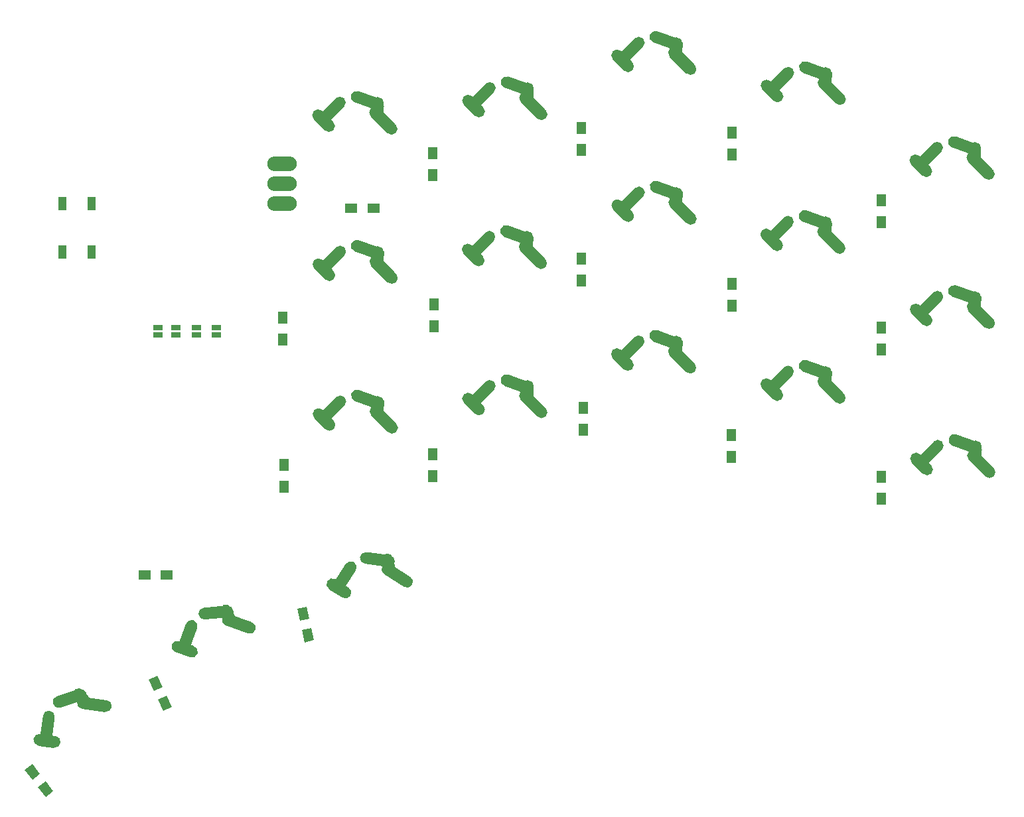
<source format=gbr>
%TF.GenerationSoftware,KiCad,Pcbnew,(5.1.7)-1*%
%TF.CreationDate,2021-07-10T14:11:00+05:30*%
%TF.ProjectId,Pteron36v0,50746572-6f6e-4333-9676-302e6b696361,rev?*%
%TF.SameCoordinates,Original*%
%TF.FileFunction,Paste,Top*%
%TF.FilePolarity,Positive*%
%FSLAX46Y46*%
G04 Gerber Fmt 4.6, Leading zero omitted, Abs format (unit mm)*
G04 Created by KiCad (PCBNEW (5.1.7)-1) date 2021-07-10 14:11:00*
%MOMM*%
%LPD*%
G01*
G04 APERTURE LIST*
%ADD10O,1.500000X3.000000*%
%ADD11R,1.600000X1.200000*%
%ADD12O,3.759200X1.879600*%
%ADD13R,1.100000X1.800000*%
%ADD14R,1.200000X1.600000*%
%ADD15C,0.100000*%
%ADD16R,1.270000X0.635000*%
G04 APERTURE END LIST*
%TO.C,SW13*%
G36*
G01*
X173605111Y-71318668D02*
X172207869Y-69921426D01*
G75*
G02*
X172207869Y-68843796I538815J538815D01*
G01*
X172207869Y-68843796D01*
G75*
G02*
X173285499Y-68843796I538815J-538815D01*
G01*
X174682741Y-70241038D01*
G75*
G02*
X174682741Y-71318668I-538815J-538815D01*
G01*
X174682741Y-71318668D01*
G75*
G02*
X173605111Y-71318668I-538815J538815D01*
G01*
G37*
G36*
G01*
X172870315Y-69324592D02*
X174974665Y-67220242D01*
G75*
G02*
X176052295Y-67220242I538815J-538815D01*
G01*
X176052295Y-67220242D01*
G75*
G02*
X176052295Y-68297872I-538815J-538815D01*
G01*
X173947945Y-70402222D01*
G75*
G02*
X172870315Y-70402222I-538815J538815D01*
G01*
X172870315Y-70402222D01*
G75*
G02*
X172870315Y-69324592I538815J538815D01*
G01*
G37*
G36*
G01*
X180170949Y-68766204D02*
X177374423Y-67748352D01*
G75*
G02*
X176918996Y-66771687I260619J716046D01*
G01*
X176918996Y-66771687D01*
G75*
G02*
X177895661Y-66316260I716046J-260619D01*
G01*
X180692187Y-67334112D01*
G75*
G02*
X181147614Y-68310777I-260619J-716046D01*
G01*
X181147614Y-68310777D01*
G75*
G02*
X180170949Y-68766204I-716046J260619D01*
G01*
G37*
G36*
G01*
X181578665Y-71672222D02*
X179474315Y-69567872D01*
G75*
G02*
X179474315Y-68490242I538815J538815D01*
G01*
X179474315Y-68490242D01*
G75*
G02*
X180551945Y-68490242I538815J-538815D01*
G01*
X182656295Y-70594592D01*
G75*
G02*
X182656295Y-71672222I-538815J-538815D01*
G01*
X182656295Y-71672222D01*
G75*
G02*
X181578665Y-71672222I-538815J538815D01*
G01*
G37*
D10*
X180303305Y-68557232D03*
%TD*%
%TO.C,SW8*%
G36*
G01*
X192682841Y-80895158D02*
X191285599Y-79497916D01*
G75*
G02*
X191285599Y-78420286I538815J538815D01*
G01*
X191285599Y-78420286D01*
G75*
G02*
X192363229Y-78420286I538815J-538815D01*
G01*
X193760471Y-79817528D01*
G75*
G02*
X193760471Y-80895158I-538815J-538815D01*
G01*
X193760471Y-80895158D01*
G75*
G02*
X192682841Y-80895158I-538815J538815D01*
G01*
G37*
G36*
G01*
X191948045Y-78901082D02*
X194052395Y-76796732D01*
G75*
G02*
X195130025Y-76796732I538815J-538815D01*
G01*
X195130025Y-76796732D01*
G75*
G02*
X195130025Y-77874362I-538815J-538815D01*
G01*
X193025675Y-79978712D01*
G75*
G02*
X191948045Y-79978712I-538815J538815D01*
G01*
X191948045Y-79978712D01*
G75*
G02*
X191948045Y-78901082I538815J538815D01*
G01*
G37*
G36*
G01*
X199248679Y-78342694D02*
X196452153Y-77324842D01*
G75*
G02*
X195996726Y-76348177I260619J716046D01*
G01*
X195996726Y-76348177D01*
G75*
G02*
X196973391Y-75892750I716046J-260619D01*
G01*
X199769917Y-76910602D01*
G75*
G02*
X200225344Y-77887267I-260619J-716046D01*
G01*
X200225344Y-77887267D01*
G75*
G02*
X199248679Y-78342694I-716046J260619D01*
G01*
G37*
G36*
G01*
X200656395Y-81248712D02*
X198552045Y-79144362D01*
G75*
G02*
X198552045Y-78066732I538815J538815D01*
G01*
X198552045Y-78066732D01*
G75*
G02*
X199629675Y-78066732I538815J-538815D01*
G01*
X201734025Y-80171082D01*
G75*
G02*
X201734025Y-81248712I-538815J-538815D01*
G01*
X201734025Y-81248712D01*
G75*
G02*
X200656395Y-81248712I-538815J538815D01*
G01*
G37*
X199381035Y-78133722D03*
%TD*%
%TO.C,SW7*%
G36*
G01*
X192639193Y-61860256D02*
X191241951Y-60463014D01*
G75*
G02*
X191241951Y-59385384I538815J538815D01*
G01*
X191241951Y-59385384D01*
G75*
G02*
X192319581Y-59385384I538815J-538815D01*
G01*
X193716823Y-60782626D01*
G75*
G02*
X193716823Y-61860256I-538815J-538815D01*
G01*
X193716823Y-61860256D01*
G75*
G02*
X192639193Y-61860256I-538815J538815D01*
G01*
G37*
G36*
G01*
X191904397Y-59866180D02*
X194008747Y-57761830D01*
G75*
G02*
X195086377Y-57761830I538815J-538815D01*
G01*
X195086377Y-57761830D01*
G75*
G02*
X195086377Y-58839460I-538815J-538815D01*
G01*
X192982027Y-60943810D01*
G75*
G02*
X191904397Y-60943810I-538815J538815D01*
G01*
X191904397Y-60943810D01*
G75*
G02*
X191904397Y-59866180I538815J538815D01*
G01*
G37*
G36*
G01*
X199205031Y-59307792D02*
X196408505Y-58289940D01*
G75*
G02*
X195953078Y-57313275I260619J716046D01*
G01*
X195953078Y-57313275D01*
G75*
G02*
X196929743Y-56857848I716046J-260619D01*
G01*
X199726269Y-57875700D01*
G75*
G02*
X200181696Y-58852365I-260619J-716046D01*
G01*
X200181696Y-58852365D01*
G75*
G02*
X199205031Y-59307792I-716046J260619D01*
G01*
G37*
G36*
G01*
X200612747Y-62213810D02*
X198508397Y-60109460D01*
G75*
G02*
X198508397Y-59031830I538815J538815D01*
G01*
X198508397Y-59031830D01*
G75*
G02*
X199586027Y-59031830I538815J-538815D01*
G01*
X201690377Y-61136180D01*
G75*
G02*
X201690377Y-62213810I-538815J-538815D01*
G01*
X201690377Y-62213810D01*
G75*
G02*
X200612747Y-62213810I-538815J538815D01*
G01*
G37*
X199337387Y-59098820D03*
%TD*%
%TO.C,SW12*%
G36*
G01*
X173652021Y-52308041D02*
X172254779Y-50910799D01*
G75*
G02*
X172254779Y-49833169I538815J538815D01*
G01*
X172254779Y-49833169D01*
G75*
G02*
X173332409Y-49833169I538815J-538815D01*
G01*
X174729651Y-51230411D01*
G75*
G02*
X174729651Y-52308041I-538815J-538815D01*
G01*
X174729651Y-52308041D01*
G75*
G02*
X173652021Y-52308041I-538815J538815D01*
G01*
G37*
G36*
G01*
X172917225Y-50313965D02*
X175021575Y-48209615D01*
G75*
G02*
X176099205Y-48209615I538815J-538815D01*
G01*
X176099205Y-48209615D01*
G75*
G02*
X176099205Y-49287245I-538815J-538815D01*
G01*
X173994855Y-51391595D01*
G75*
G02*
X172917225Y-51391595I-538815J538815D01*
G01*
X172917225Y-51391595D01*
G75*
G02*
X172917225Y-50313965I538815J538815D01*
G01*
G37*
G36*
G01*
X180217859Y-49755577D02*
X177421333Y-48737725D01*
G75*
G02*
X176965906Y-47761060I260619J716046D01*
G01*
X176965906Y-47761060D01*
G75*
G02*
X177942571Y-47305633I716046J-260619D01*
G01*
X180739097Y-48323485D01*
G75*
G02*
X181194524Y-49300150I-260619J-716046D01*
G01*
X181194524Y-49300150D01*
G75*
G02*
X180217859Y-49755577I-716046J260619D01*
G01*
G37*
G36*
G01*
X181625575Y-52661595D02*
X179521225Y-50557245D01*
G75*
G02*
X179521225Y-49479615I538815J538815D01*
G01*
X179521225Y-49479615D01*
G75*
G02*
X180598855Y-49479615I538815J-538815D01*
G01*
X182703205Y-51583965D01*
G75*
G02*
X182703205Y-52661595I-538815J-538815D01*
G01*
X182703205Y-52661595D01*
G75*
G02*
X181625575Y-52661595I-538815J538815D01*
G01*
G37*
X180350215Y-49546605D03*
%TD*%
%TO.C,SW22*%
G36*
G01*
X135573987Y-54237205D02*
X134176745Y-52839963D01*
G75*
G02*
X134176745Y-51762333I538815J538815D01*
G01*
X134176745Y-51762333D01*
G75*
G02*
X135254375Y-51762333I538815J-538815D01*
G01*
X136651617Y-53159575D01*
G75*
G02*
X136651617Y-54237205I-538815J-538815D01*
G01*
X136651617Y-54237205D01*
G75*
G02*
X135573987Y-54237205I-538815J538815D01*
G01*
G37*
G36*
G01*
X134839191Y-52243129D02*
X136943541Y-50138779D01*
G75*
G02*
X138021171Y-50138779I538815J-538815D01*
G01*
X138021171Y-50138779D01*
G75*
G02*
X138021171Y-51216409I-538815J-538815D01*
G01*
X135916821Y-53320759D01*
G75*
G02*
X134839191Y-53320759I-538815J538815D01*
G01*
X134839191Y-53320759D01*
G75*
G02*
X134839191Y-52243129I538815J538815D01*
G01*
G37*
G36*
G01*
X142139825Y-51684741D02*
X139343299Y-50666889D01*
G75*
G02*
X138887872Y-49690224I260619J716046D01*
G01*
X138887872Y-49690224D01*
G75*
G02*
X139864537Y-49234797I716046J-260619D01*
G01*
X142661063Y-50252649D01*
G75*
G02*
X143116490Y-51229314I-260619J-716046D01*
G01*
X143116490Y-51229314D01*
G75*
G02*
X142139825Y-51684741I-716046J260619D01*
G01*
G37*
G36*
G01*
X143547541Y-54590759D02*
X141443191Y-52486409D01*
G75*
G02*
X141443191Y-51408779I538815J538815D01*
G01*
X141443191Y-51408779D01*
G75*
G02*
X142520821Y-51408779I538815J-538815D01*
G01*
X144625171Y-53513129D01*
G75*
G02*
X144625171Y-54590759I-538815J-538815D01*
G01*
X144625171Y-54590759D01*
G75*
G02*
X143547541Y-54590759I-538815J538815D01*
G01*
G37*
X142272181Y-51475769D03*
%TD*%
%TO.C,SW26*%
G36*
G01*
X116440292Y-56098456D02*
X115043050Y-54701214D01*
G75*
G02*
X115043050Y-53623584I538815J538815D01*
G01*
X115043050Y-53623584D01*
G75*
G02*
X116120680Y-53623584I538815J-538815D01*
G01*
X117517922Y-55020826D01*
G75*
G02*
X117517922Y-56098456I-538815J-538815D01*
G01*
X117517922Y-56098456D01*
G75*
G02*
X116440292Y-56098456I-538815J538815D01*
G01*
G37*
G36*
G01*
X115705496Y-54104380D02*
X117809846Y-52000030D01*
G75*
G02*
X118887476Y-52000030I538815J-538815D01*
G01*
X118887476Y-52000030D01*
G75*
G02*
X118887476Y-53077660I-538815J-538815D01*
G01*
X116783126Y-55182010D01*
G75*
G02*
X115705496Y-55182010I-538815J538815D01*
G01*
X115705496Y-55182010D01*
G75*
G02*
X115705496Y-54104380I538815J538815D01*
G01*
G37*
G36*
G01*
X123006130Y-53545992D02*
X120209604Y-52528140D01*
G75*
G02*
X119754177Y-51551475I260619J716046D01*
G01*
X119754177Y-51551475D01*
G75*
G02*
X120730842Y-51096048I716046J-260619D01*
G01*
X123527368Y-52113900D01*
G75*
G02*
X123982795Y-53090565I-260619J-716046D01*
G01*
X123982795Y-53090565D01*
G75*
G02*
X123006130Y-53545992I-716046J260619D01*
G01*
G37*
G36*
G01*
X124413846Y-56452010D02*
X122309496Y-54347660D01*
G75*
G02*
X122309496Y-53270030I538815J538815D01*
G01*
X122309496Y-53270030D01*
G75*
G02*
X123387126Y-53270030I538815J-538815D01*
G01*
X125491476Y-55374380D01*
G75*
G02*
X125491476Y-56452010I-538815J-538815D01*
G01*
X125491476Y-56452010D01*
G75*
G02*
X124413846Y-56452010I-538815J538815D01*
G01*
G37*
X123138486Y-53337020D03*
%TD*%
%TO.C,SW28*%
G36*
G01*
X116503315Y-94258801D02*
X115106073Y-92861559D01*
G75*
G02*
X115106073Y-91783929I538815J538815D01*
G01*
X115106073Y-91783929D01*
G75*
G02*
X116183703Y-91783929I538815J-538815D01*
G01*
X117580945Y-93181171D01*
G75*
G02*
X117580945Y-94258801I-538815J-538815D01*
G01*
X117580945Y-94258801D01*
G75*
G02*
X116503315Y-94258801I-538815J538815D01*
G01*
G37*
G36*
G01*
X115768519Y-92264725D02*
X117872869Y-90160375D01*
G75*
G02*
X118950499Y-90160375I538815J-538815D01*
G01*
X118950499Y-90160375D01*
G75*
G02*
X118950499Y-91238005I-538815J-538815D01*
G01*
X116846149Y-93342355D01*
G75*
G02*
X115768519Y-93342355I-538815J538815D01*
G01*
X115768519Y-93342355D01*
G75*
G02*
X115768519Y-92264725I538815J538815D01*
G01*
G37*
G36*
G01*
X123069153Y-91706337D02*
X120272627Y-90688485D01*
G75*
G02*
X119817200Y-89711820I260619J716046D01*
G01*
X119817200Y-89711820D01*
G75*
G02*
X120793865Y-89256393I716046J-260619D01*
G01*
X123590391Y-90274245D01*
G75*
G02*
X124045818Y-91250910I-260619J-716046D01*
G01*
X124045818Y-91250910D01*
G75*
G02*
X123069153Y-91706337I-716046J260619D01*
G01*
G37*
G36*
G01*
X124476869Y-94612355D02*
X122372519Y-92508005D01*
G75*
G02*
X122372519Y-91430375I538815J538815D01*
G01*
X122372519Y-91430375D01*
G75*
G02*
X123450149Y-91430375I538815J-538815D01*
G01*
X125554499Y-93534725D01*
G75*
G02*
X125554499Y-94612355I-538815J-538815D01*
G01*
X125554499Y-94612355D01*
G75*
G02*
X124476869Y-94612355I-538815J538815D01*
G01*
G37*
X123201509Y-91497365D03*
%TD*%
%TO.C,SW27*%
G36*
G01*
X116483936Y-75133351D02*
X115086694Y-73736109D01*
G75*
G02*
X115086694Y-72658479I538815J538815D01*
G01*
X115086694Y-72658479D01*
G75*
G02*
X116164324Y-72658479I538815J-538815D01*
G01*
X117561566Y-74055721D01*
G75*
G02*
X117561566Y-75133351I-538815J-538815D01*
G01*
X117561566Y-75133351D01*
G75*
G02*
X116483936Y-75133351I-538815J538815D01*
G01*
G37*
G36*
G01*
X115749140Y-73139275D02*
X117853490Y-71034925D01*
G75*
G02*
X118931120Y-71034925I538815J-538815D01*
G01*
X118931120Y-71034925D01*
G75*
G02*
X118931120Y-72112555I-538815J-538815D01*
G01*
X116826770Y-74216905D01*
G75*
G02*
X115749140Y-74216905I-538815J538815D01*
G01*
X115749140Y-74216905D01*
G75*
G02*
X115749140Y-73139275I538815J538815D01*
G01*
G37*
G36*
G01*
X123049774Y-72580887D02*
X120253248Y-71563035D01*
G75*
G02*
X119797821Y-70586370I260619J716046D01*
G01*
X119797821Y-70586370D01*
G75*
G02*
X120774486Y-70130943I716046J-260619D01*
G01*
X123571012Y-71148795D01*
G75*
G02*
X124026439Y-72125460I-260619J-716046D01*
G01*
X124026439Y-72125460D01*
G75*
G02*
X123049774Y-72580887I-716046J260619D01*
G01*
G37*
G36*
G01*
X124457490Y-75486905D02*
X122353140Y-73382555D01*
G75*
G02*
X122353140Y-72304925I538815J538815D01*
G01*
X122353140Y-72304925D01*
G75*
G02*
X123430770Y-72304925I538815J-538815D01*
G01*
X125535120Y-74409275D01*
G75*
G02*
X125535120Y-75486905I-538815J-538815D01*
G01*
X125535120Y-75486905D01*
G75*
G02*
X124457490Y-75486905I-538815J538815D01*
G01*
G37*
X123182130Y-72371915D03*
%TD*%
%TO.C,SW24*%
G36*
G01*
X135570719Y-92282726D02*
X134173477Y-90885484D01*
G75*
G02*
X134173477Y-89807854I538815J538815D01*
G01*
X134173477Y-89807854D01*
G75*
G02*
X135251107Y-89807854I538815J-538815D01*
G01*
X136648349Y-91205096D01*
G75*
G02*
X136648349Y-92282726I-538815J-538815D01*
G01*
X136648349Y-92282726D01*
G75*
G02*
X135570719Y-92282726I-538815J538815D01*
G01*
G37*
G36*
G01*
X134835923Y-90288650D02*
X136940273Y-88184300D01*
G75*
G02*
X138017903Y-88184300I538815J-538815D01*
G01*
X138017903Y-88184300D01*
G75*
G02*
X138017903Y-89261930I-538815J-538815D01*
G01*
X135913553Y-91366280D01*
G75*
G02*
X134835923Y-91366280I-538815J538815D01*
G01*
X134835923Y-91366280D01*
G75*
G02*
X134835923Y-90288650I538815J538815D01*
G01*
G37*
G36*
G01*
X142136557Y-89730262D02*
X139340031Y-88712410D01*
G75*
G02*
X138884604Y-87735745I260619J716046D01*
G01*
X138884604Y-87735745D01*
G75*
G02*
X139861269Y-87280318I716046J-260619D01*
G01*
X142657795Y-88298170D01*
G75*
G02*
X143113222Y-89274835I-260619J-716046D01*
G01*
X143113222Y-89274835D01*
G75*
G02*
X142136557Y-89730262I-716046J260619D01*
G01*
G37*
G36*
G01*
X143544273Y-92636280D02*
X141439923Y-90531930D01*
G75*
G02*
X141439923Y-89454300I538815J538815D01*
G01*
X141439923Y-89454300D01*
G75*
G02*
X142517553Y-89454300I538815J-538815D01*
G01*
X144621903Y-91558650D01*
G75*
G02*
X144621903Y-92636280I-538815J-538815D01*
G01*
X144621903Y-92636280D01*
G75*
G02*
X143544273Y-92636280I-538815J538815D01*
G01*
G37*
X142268913Y-89521290D03*
%TD*%
%TO.C,SW23*%
G36*
G01*
X135527075Y-73247830D02*
X134129833Y-71850588D01*
G75*
G02*
X134129833Y-70772958I538815J538815D01*
G01*
X134129833Y-70772958D01*
G75*
G02*
X135207463Y-70772958I538815J-538815D01*
G01*
X136604705Y-72170200D01*
G75*
G02*
X136604705Y-73247830I-538815J-538815D01*
G01*
X136604705Y-73247830D01*
G75*
G02*
X135527075Y-73247830I-538815J538815D01*
G01*
G37*
G36*
G01*
X134792279Y-71253754D02*
X136896629Y-69149404D01*
G75*
G02*
X137974259Y-69149404I538815J-538815D01*
G01*
X137974259Y-69149404D01*
G75*
G02*
X137974259Y-70227034I-538815J-538815D01*
G01*
X135869909Y-72331384D01*
G75*
G02*
X134792279Y-72331384I-538815J538815D01*
G01*
X134792279Y-72331384D01*
G75*
G02*
X134792279Y-71253754I538815J538815D01*
G01*
G37*
G36*
G01*
X142092913Y-70695366D02*
X139296387Y-69677514D01*
G75*
G02*
X138840960Y-68700849I260619J716046D01*
G01*
X138840960Y-68700849D01*
G75*
G02*
X139817625Y-68245422I716046J-260619D01*
G01*
X142614151Y-69263274D01*
G75*
G02*
X143069578Y-70239939I-260619J-716046D01*
G01*
X143069578Y-70239939D01*
G75*
G02*
X142092913Y-70695366I-716046J260619D01*
G01*
G37*
G36*
G01*
X143500629Y-73601384D02*
X141396279Y-71497034D01*
G75*
G02*
X141396279Y-70419404I538815J538815D01*
G01*
X141396279Y-70419404D01*
G75*
G02*
X142473909Y-70419404I538815J-538815D01*
G01*
X144578259Y-72523754D01*
G75*
G02*
X144578259Y-73601384I-538815J-538815D01*
G01*
X144578259Y-73601384D01*
G75*
G02*
X143500629Y-73601384I-538815J538815D01*
G01*
G37*
X142225269Y-70486394D03*
%TD*%
%TO.C,SW20*%
G36*
G01*
X81877591Y-134927111D02*
X79918495Y-134669191D01*
G75*
G02*
X79262475Y-133814249I99461J755481D01*
G01*
X79262475Y-133814249D01*
G75*
G02*
X80117417Y-133158229I755481J-99461D01*
G01*
X82076513Y-133416149D01*
G75*
G02*
X82732533Y-134271091I-99461J-755481D01*
G01*
X82732533Y-134271091D01*
G75*
G02*
X81877591Y-134927111I-755481J99461D01*
G01*
G37*
G36*
G01*
X80080720Y-133792419D02*
X80469166Y-130841879D01*
G75*
G02*
X81324108Y-130185859I755481J-99461D01*
G01*
X81324108Y-130185859D01*
G75*
G02*
X81980128Y-131040801I-99461J-755481D01*
G01*
X81591682Y-133991341D01*
G75*
G02*
X80736740Y-134647361I-755481J99461D01*
G01*
X80736740Y-134647361D01*
G75*
G02*
X80080720Y-133792419I99461J755481D01*
G01*
G37*
G36*
G01*
X85532778Y-128905076D02*
X82694516Y-129799976D01*
G75*
G02*
X81738646Y-129302382I-229138J726732D01*
G01*
X81738646Y-129302382D01*
G75*
G02*
X82236240Y-128346512I726732J229138D01*
G01*
X85074502Y-127451612D01*
G75*
G02*
X86030372Y-127949206I229138J-726732D01*
G01*
X86030372Y-127949206D01*
G75*
G02*
X85532778Y-128905076I-726732J-229138D01*
G01*
G37*
G36*
G01*
X88418666Y-130353612D02*
X85468126Y-129965166D01*
G75*
G02*
X84812106Y-129110224I99461J755481D01*
G01*
X84812106Y-129110224D01*
G75*
G02*
X85667048Y-128454204I755481J-99461D01*
G01*
X88617588Y-128842650D01*
G75*
G02*
X89273608Y-129697592I-99461J-755481D01*
G01*
X89273608Y-129697592D01*
G75*
G02*
X88418666Y-130353612I-755481J99461D01*
G01*
G37*
G36*
G01*
X85372125Y-129710299D02*
X84458983Y-128520269D01*
G75*
G02*
X84597427Y-127468683I595015J456571D01*
G01*
X84597427Y-127468683D01*
G75*
G02*
X85649013Y-127607127I456571J-595015D01*
G01*
X86562155Y-128797157D01*
G75*
G02*
X86423711Y-129848743I-595015J-456571D01*
G01*
X86423711Y-129848743D01*
G75*
G02*
X85372125Y-129710299I-456571J595015D01*
G01*
G37*
%TD*%
%TO.C,SW19*%
G36*
G01*
X154564052Y-86598632D02*
X153166810Y-85201390D01*
G75*
G02*
X153166810Y-84123760I538815J538815D01*
G01*
X153166810Y-84123760D01*
G75*
G02*
X154244440Y-84123760I538815J-538815D01*
G01*
X155641682Y-85521002D01*
G75*
G02*
X155641682Y-86598632I-538815J-538815D01*
G01*
X155641682Y-86598632D01*
G75*
G02*
X154564052Y-86598632I-538815J538815D01*
G01*
G37*
G36*
G01*
X153829256Y-84604556D02*
X155933606Y-82500206D01*
G75*
G02*
X157011236Y-82500206I538815J-538815D01*
G01*
X157011236Y-82500206D01*
G75*
G02*
X157011236Y-83577836I-538815J-538815D01*
G01*
X154906886Y-85682186D01*
G75*
G02*
X153829256Y-85682186I-538815J538815D01*
G01*
X153829256Y-85682186D01*
G75*
G02*
X153829256Y-84604556I538815J538815D01*
G01*
G37*
G36*
G01*
X161129890Y-84046168D02*
X158333364Y-83028316D01*
G75*
G02*
X157877937Y-82051651I260619J716046D01*
G01*
X157877937Y-82051651D01*
G75*
G02*
X158854602Y-81596224I716046J-260619D01*
G01*
X161651128Y-82614076D01*
G75*
G02*
X162106555Y-83590741I-260619J-716046D01*
G01*
X162106555Y-83590741D01*
G75*
G02*
X161129890Y-84046168I-716046J260619D01*
G01*
G37*
G36*
G01*
X162537606Y-86952186D02*
X160433256Y-84847836D01*
G75*
G02*
X160433256Y-83770206I538815J538815D01*
G01*
X160433256Y-83770206D01*
G75*
G02*
X161510886Y-83770206I538815J-538815D01*
G01*
X163615236Y-85874556D01*
G75*
G02*
X163615236Y-86952186I-538815J-538815D01*
G01*
X163615236Y-86952186D01*
G75*
G02*
X162537606Y-86952186I-538815J538815D01*
G01*
G37*
X161262246Y-83837196D03*
%TD*%
%TO.C,SW18*%
G36*
G01*
X154610968Y-67588003D02*
X153213726Y-66190761D01*
G75*
G02*
X153213726Y-65113131I538815J538815D01*
G01*
X153213726Y-65113131D01*
G75*
G02*
X154291356Y-65113131I538815J-538815D01*
G01*
X155688598Y-66510373D01*
G75*
G02*
X155688598Y-67588003I-538815J-538815D01*
G01*
X155688598Y-67588003D01*
G75*
G02*
X154610968Y-67588003I-538815J538815D01*
G01*
G37*
G36*
G01*
X153876172Y-65593927D02*
X155980522Y-63489577D01*
G75*
G02*
X157058152Y-63489577I538815J-538815D01*
G01*
X157058152Y-63489577D01*
G75*
G02*
X157058152Y-64567207I-538815J-538815D01*
G01*
X154953802Y-66671557D01*
G75*
G02*
X153876172Y-66671557I-538815J538815D01*
G01*
X153876172Y-66671557D01*
G75*
G02*
X153876172Y-65593927I538815J538815D01*
G01*
G37*
G36*
G01*
X161176806Y-65035539D02*
X158380280Y-64017687D01*
G75*
G02*
X157924853Y-63041022I260619J716046D01*
G01*
X157924853Y-63041022D01*
G75*
G02*
X158901518Y-62585595I716046J-260619D01*
G01*
X161698044Y-63603447D01*
G75*
G02*
X162153471Y-64580112I-260619J-716046D01*
G01*
X162153471Y-64580112D01*
G75*
G02*
X161176806Y-65035539I-716046J260619D01*
G01*
G37*
G36*
G01*
X162584522Y-67941557D02*
X160480172Y-65837207D01*
G75*
G02*
X160480172Y-64759577I538815J538815D01*
G01*
X160480172Y-64759577D01*
G75*
G02*
X161557802Y-64759577I538815J-538815D01*
G01*
X163662152Y-66863927D01*
G75*
G02*
X163662152Y-67941557I-538815J-538815D01*
G01*
X163662152Y-67941557D01*
G75*
G02*
X162584522Y-67941557I-538815J538815D01*
G01*
G37*
X161309162Y-64826567D03*
%TD*%
%TO.C,SW17*%
G36*
G01*
X154591585Y-48462552D02*
X153194343Y-47065310D01*
G75*
G02*
X153194343Y-45987680I538815J538815D01*
G01*
X153194343Y-45987680D01*
G75*
G02*
X154271973Y-45987680I538815J-538815D01*
G01*
X155669215Y-47384922D01*
G75*
G02*
X155669215Y-48462552I-538815J-538815D01*
G01*
X155669215Y-48462552D01*
G75*
G02*
X154591585Y-48462552I-538815J538815D01*
G01*
G37*
G36*
G01*
X153856789Y-46468476D02*
X155961139Y-44364126D01*
G75*
G02*
X157038769Y-44364126I538815J-538815D01*
G01*
X157038769Y-44364126D01*
G75*
G02*
X157038769Y-45441756I-538815J-538815D01*
G01*
X154934419Y-47546106D01*
G75*
G02*
X153856789Y-47546106I-538815J538815D01*
G01*
X153856789Y-47546106D01*
G75*
G02*
X153856789Y-46468476I538815J538815D01*
G01*
G37*
G36*
G01*
X161157423Y-45910088D02*
X158360897Y-44892236D01*
G75*
G02*
X157905470Y-43915571I260619J716046D01*
G01*
X157905470Y-43915571D01*
G75*
G02*
X158882135Y-43460144I716046J-260619D01*
G01*
X161678661Y-44477996D01*
G75*
G02*
X162134088Y-45454661I-260619J-716046D01*
G01*
X162134088Y-45454661D01*
G75*
G02*
X161157423Y-45910088I-716046J260619D01*
G01*
G37*
G36*
G01*
X162565139Y-48816106D02*
X160460789Y-46711756D01*
G75*
G02*
X160460789Y-45634126I538815J538815D01*
G01*
X160460789Y-45634126D01*
G75*
G02*
X161538419Y-45634126I538815J-538815D01*
G01*
X163642769Y-47738476D01*
G75*
G02*
X163642769Y-48816106I-538815J-538815D01*
G01*
X163642769Y-48816106D01*
G75*
G02*
X162565139Y-48816106I-538815J538815D01*
G01*
G37*
X161289779Y-45701116D03*
%TD*%
%TO.C,SW15*%
G36*
G01*
X99228315Y-123395262D02*
X97371483Y-122719430D01*
G75*
G02*
X96916056Y-121742765I260619J716046D01*
G01*
X96916056Y-121742765D01*
G75*
G02*
X97892721Y-121287338I716046J-260619D01*
G01*
X99749553Y-121963170D01*
G75*
G02*
X100204980Y-122939835I-260619J-716046D01*
G01*
X100204980Y-122939835D01*
G75*
G02*
X99228315Y-123395262I-716046J260619D01*
G01*
G37*
G36*
G01*
X97719629Y-121898552D02*
X98737481Y-119102026D01*
G75*
G02*
X99714146Y-118646599I716046J-260619D01*
G01*
X99714146Y-118646599D01*
G75*
G02*
X100169573Y-119623264I-260619J-716046D01*
G01*
X99151721Y-122419790D01*
G75*
G02*
X98175056Y-122875217I-716046J260619D01*
G01*
X98175056Y-122875217D01*
G75*
G02*
X97719629Y-121898552I260619J716046D01*
G01*
G37*
G36*
G01*
X104100266Y-118307099D02*
X101135590Y-118566475D01*
G75*
G02*
X100310077Y-117873788I-66413J759100D01*
G01*
X100310077Y-117873788D01*
G75*
G02*
X101002764Y-117048275I759100J66413D01*
G01*
X103967440Y-116788899D01*
G75*
G02*
X104792953Y-117481586I66413J-759100D01*
G01*
X104792953Y-117481586D01*
G75*
G02*
X104100266Y-118307099I-759100J-66413D01*
G01*
G37*
G36*
G01*
X106604227Y-120345920D02*
X103807701Y-119328068D01*
G75*
G02*
X103352274Y-118351403I260619J716046D01*
G01*
X103352274Y-118351403D01*
G75*
G02*
X104328939Y-117895976I716046J-260619D01*
G01*
X107125465Y-118913828D01*
G75*
G02*
X107580892Y-119890493I-260619J-716046D01*
G01*
X107580892Y-119890493D01*
G75*
G02*
X106604227Y-120345920I-716046J260619D01*
G01*
G37*
G36*
G01*
X103769139Y-119058465D02*
X103135211Y-117699003D01*
G75*
G02*
X103497978Y-116702308I679731J316964D01*
G01*
X103497978Y-116702308D01*
G75*
G02*
X104494673Y-117065075I316964J-679731D01*
G01*
X105128601Y-118424537D01*
G75*
G02*
X104765834Y-119421232I-679731J-316964D01*
G01*
X104765834Y-119421232D01*
G75*
G02*
X103769139Y-119058465I-316964J679731D01*
G01*
G37*
%TD*%
%TO.C,SW14*%
G36*
G01*
X173624484Y-90444113D02*
X172227242Y-89046871D01*
G75*
G02*
X172227242Y-87969241I538815J538815D01*
G01*
X172227242Y-87969241D01*
G75*
G02*
X173304872Y-87969241I538815J-538815D01*
G01*
X174702114Y-89366483D01*
G75*
G02*
X174702114Y-90444113I-538815J-538815D01*
G01*
X174702114Y-90444113D01*
G75*
G02*
X173624484Y-90444113I-538815J538815D01*
G01*
G37*
G36*
G01*
X172889688Y-88450037D02*
X174994038Y-86345687D01*
G75*
G02*
X176071668Y-86345687I538815J-538815D01*
G01*
X176071668Y-86345687D01*
G75*
G02*
X176071668Y-87423317I-538815J-538815D01*
G01*
X173967318Y-89527667D01*
G75*
G02*
X172889688Y-89527667I-538815J538815D01*
G01*
X172889688Y-89527667D01*
G75*
G02*
X172889688Y-88450037I538815J538815D01*
G01*
G37*
G36*
G01*
X180190322Y-87891649D02*
X177393796Y-86873797D01*
G75*
G02*
X176938369Y-85897132I260619J716046D01*
G01*
X176938369Y-85897132D01*
G75*
G02*
X177915034Y-85441705I716046J-260619D01*
G01*
X180711560Y-86459557D01*
G75*
G02*
X181166987Y-87436222I-260619J-716046D01*
G01*
X181166987Y-87436222D01*
G75*
G02*
X180190322Y-87891649I-716046J260619D01*
G01*
G37*
G36*
G01*
X181598038Y-90797667D02*
X179493688Y-88693317D01*
G75*
G02*
X179493688Y-87615687I538815J538815D01*
G01*
X179493688Y-87615687D01*
G75*
G02*
X180571318Y-87615687I538815J-538815D01*
G01*
X182675668Y-89720037D01*
G75*
G02*
X182675668Y-90797667I-538815J-538815D01*
G01*
X182675668Y-90797667D01*
G75*
G02*
X181598038Y-90797667I-538815J538815D01*
G01*
G37*
X180322678Y-87682677D03*
%TD*%
%TO.C,SW10*%
G36*
G01*
X118661379Y-115755273D02*
X116994837Y-114693569D01*
G75*
G02*
X116761595Y-113641483I409422J642664D01*
G01*
X116761595Y-113641483D01*
G75*
G02*
X117813681Y-113408241I642664J-409422D01*
G01*
X119480223Y-114469945D01*
G75*
G02*
X119713465Y-115522031I-409422J-642664D01*
G01*
X119713465Y-115522031D01*
G75*
G02*
X118661379Y-115755273I-642664J409422D01*
G01*
G37*
G36*
G01*
X117512402Y-113967502D02*
X119111406Y-111457570D01*
G75*
G02*
X120163492Y-111224328I642664J-409422D01*
G01*
X120163492Y-111224328D01*
G75*
G02*
X120396734Y-112276414I-409422J-642664D01*
G01*
X118797730Y-114786346D01*
G75*
G02*
X117745644Y-115019588I-642664J409422D01*
G01*
X117745644Y-115019588D01*
G75*
G02*
X117512402Y-113967502I409422J642664D01*
G01*
G37*
G36*
G01*
X124519124Y-111842205D02*
X121568584Y-111453759D01*
G75*
G02*
X120912564Y-110598817I99461J755481D01*
G01*
X120912564Y-110598817D01*
G75*
G02*
X121767506Y-109942797I755481J-99461D01*
G01*
X124718046Y-110331243D01*
G75*
G02*
X125374066Y-111186185I-99461J-755481D01*
G01*
X125374066Y-111186185D01*
G75*
G02*
X124519124Y-111842205I-755481J99461D01*
G01*
G37*
G36*
G01*
X126522449Y-114374653D02*
X124012517Y-112775649D01*
G75*
G02*
X123779275Y-111723563I409422J642664D01*
G01*
X123779275Y-111723563D01*
G75*
G02*
X124831361Y-111490321I642664J-409422D01*
G01*
X127341293Y-113089325D01*
G75*
G02*
X127574535Y-114141411I-409422J-642664D01*
G01*
X127574535Y-114141411D01*
G75*
G02*
X126522449Y-114374653I-642664J409422D01*
G01*
G37*
G36*
G01*
X124033222Y-112504091D02*
X123708562Y-111039647D01*
G75*
G02*
X124278454Y-110145095I732222J162330D01*
G01*
X124278454Y-110145095D01*
G75*
G02*
X125173006Y-110714987I162330J-732222D01*
G01*
X125497666Y-112179431D01*
G75*
G02*
X124927774Y-113073983I-732222J-162330D01*
G01*
X124927774Y-113073983D01*
G75*
G02*
X124033222Y-112504091I-162330J732222D01*
G01*
G37*
%TD*%
%TO.C,SW9*%
G36*
G01*
X192726483Y-99930058D02*
X191329241Y-98532816D01*
G75*
G02*
X191329241Y-97455186I538815J538815D01*
G01*
X191329241Y-97455186D01*
G75*
G02*
X192406871Y-97455186I538815J-538815D01*
G01*
X193804113Y-98852428D01*
G75*
G02*
X193804113Y-99930058I-538815J-538815D01*
G01*
X193804113Y-99930058D01*
G75*
G02*
X192726483Y-99930058I-538815J538815D01*
G01*
G37*
G36*
G01*
X191991687Y-97935982D02*
X194096037Y-95831632D01*
G75*
G02*
X195173667Y-95831632I538815J-538815D01*
G01*
X195173667Y-95831632D01*
G75*
G02*
X195173667Y-96909262I-538815J-538815D01*
G01*
X193069317Y-99013612D01*
G75*
G02*
X191991687Y-99013612I-538815J538815D01*
G01*
X191991687Y-99013612D01*
G75*
G02*
X191991687Y-97935982I538815J538815D01*
G01*
G37*
G36*
G01*
X199292321Y-97377594D02*
X196495795Y-96359742D01*
G75*
G02*
X196040368Y-95383077I260619J716046D01*
G01*
X196040368Y-95383077D01*
G75*
G02*
X197017033Y-94927650I716046J-260619D01*
G01*
X199813559Y-95945502D01*
G75*
G02*
X200268986Y-96922167I-260619J-716046D01*
G01*
X200268986Y-96922167D01*
G75*
G02*
X199292321Y-97377594I-716046J260619D01*
G01*
G37*
G36*
G01*
X200700037Y-100283612D02*
X198595687Y-98179262D01*
G75*
G02*
X198595687Y-97101632I538815J538815D01*
G01*
X198595687Y-97101632D01*
G75*
G02*
X199673317Y-97101632I538815J-538815D01*
G01*
X201777667Y-99205982D01*
G75*
G02*
X201777667Y-100283612I-538815J-538815D01*
G01*
X201777667Y-100283612D01*
G75*
G02*
X200700037Y-100283612I-538815J538815D01*
G01*
G37*
X199424677Y-97168622D03*
%TD*%
D11*
%TO.C,D_RE1*%
X96235254Y-112834330D03*
X93435254Y-112834330D03*
%TD*%
D12*
%TO.C,PWM_PAD2*%
X110964255Y-65463330D03*
X110964255Y-62923330D03*
X110964255Y-60383330D03*
%TD*%
D13*
%TO.C,RST1*%
X86652255Y-65411330D03*
X86652255Y-71611330D03*
X82952255Y-65411330D03*
X82952255Y-71611330D03*
%TD*%
D14*
%TO.C,D8*%
X187427675Y-84105722D03*
X187427675Y-81305722D03*
%TD*%
%TO.C,D28*%
X111199500Y-101630970D03*
X111199500Y-98830970D03*
%TD*%
%TO.C,D27*%
X111107333Y-82777191D03*
X111107333Y-79977191D03*
%TD*%
D11*
%TO.C,D26*%
X122625855Y-66022130D03*
X119825855Y-66022130D03*
%TD*%
D14*
%TO.C,D24*%
X130211863Y-100222492D03*
X130211863Y-97422492D03*
%TD*%
%TO.C,D23*%
X130373603Y-81145570D03*
X130373603Y-78345570D03*
%TD*%
%TO.C,D22*%
X130221646Y-61790485D03*
X130221646Y-58990485D03*
%TD*%
D15*
%TO.C,D20*%
G36*
X80087010Y-138282062D02*
G01*
X79134986Y-139012576D01*
X78160968Y-137743210D01*
X79112992Y-137012696D01*
X80087010Y-138282062D01*
G37*
G36*
X81791542Y-140503452D02*
G01*
X80839518Y-141233966D01*
X79865500Y-139964600D01*
X80817524Y-139234086D01*
X81791542Y-140503452D01*
G37*
%TD*%
D14*
%TO.C,D19*%
X149396657Y-94350318D03*
X149396657Y-91550318D03*
%TD*%
%TO.C,D18*%
X149191255Y-75245330D03*
X149191255Y-72445330D03*
%TD*%
%TO.C,D17*%
X149191254Y-58608330D03*
X149191254Y-55808330D03*
%TD*%
D15*
%TO.C,D15*%
G36*
X95760467Y-127149974D02*
G01*
X94672898Y-127657116D01*
X93996709Y-126207024D01*
X95084278Y-125699882D01*
X95760467Y-127149974D01*
G37*
G36*
X96943799Y-129687636D02*
G01*
X95856230Y-130194778D01*
X95180041Y-128744686D01*
X96267610Y-128237544D01*
X96943799Y-129687636D01*
G37*
%TD*%
D14*
%TO.C,D14*%
X168320664Y-97816290D03*
X168320664Y-95016290D03*
%TD*%
%TO.C,D13*%
X168349819Y-78509728D03*
X168349819Y-75709728D03*
%TD*%
%TO.C,D12*%
X168349818Y-59167130D03*
X168349818Y-56367130D03*
%TD*%
D15*
%TO.C,D10*%
G36*
X114468168Y-118468688D02*
G01*
X113296613Y-118728416D01*
X112950310Y-117166342D01*
X114121865Y-116906614D01*
X114468168Y-118468688D01*
G37*
G36*
X115074198Y-121202316D02*
G01*
X113902643Y-121462044D01*
X113556340Y-119899970D01*
X114727895Y-119640242D01*
X115074198Y-121202316D01*
G37*
%TD*%
D14*
%TO.C,D9*%
X187427675Y-103140622D03*
X187427675Y-100340622D03*
%TD*%
%TO.C,D7*%
X187427675Y-67801302D03*
X187427675Y-65001302D03*
%TD*%
D16*
%TO.C,JP4*%
X95114655Y-82219711D03*
X95114655Y-81320551D03*
%TD*%
%TO.C,JP3*%
X97400655Y-82219711D03*
X97400655Y-81320551D03*
%TD*%
%TO.C,JP2*%
X100067654Y-82219711D03*
X100067654Y-81320551D03*
%TD*%
%TO.C,JP1*%
X102607654Y-82219710D03*
X102607654Y-81320550D03*
%TD*%
M02*

</source>
